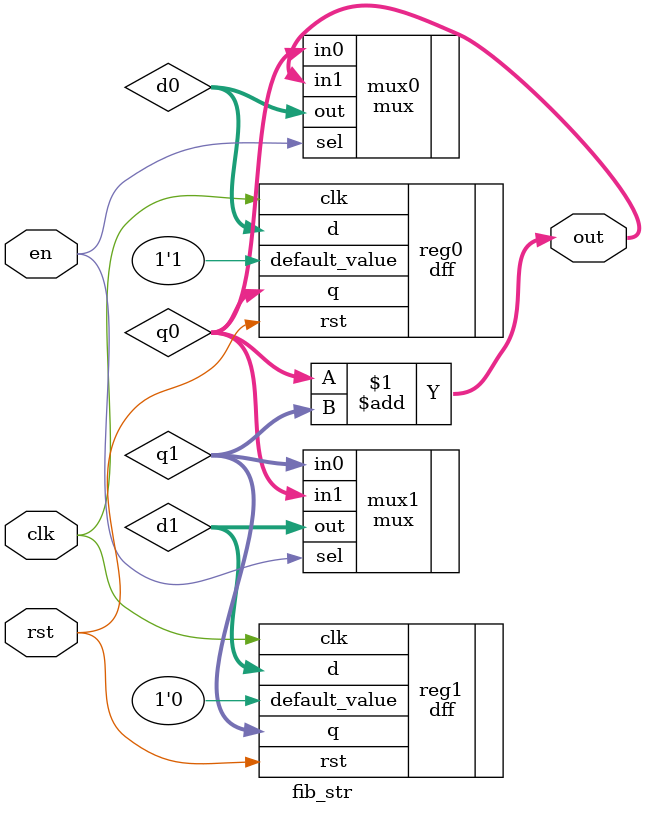
<source format=v>
`timescale 1ns / 1ps


module fib_str(
    input en, input clk, input rst,
    output[15:0] out
    );
    
    wire[15:0] d1, d0;
    wire[15:0] q1, q0;
    
    dff reg1(.d(d1), .q(q1), .clk(clk), .rst(rst), .default_value(1'b0));
    dff reg0(.d(d0), .q(q0), .clk(clk), .rst(rst), .default_value(1'b1));
    
    mux mux1(.in0(q1), .in1(q0), .sel(en), .out(d1));
    mux mux0(.in0(q0), .in1(out), .sel(en), .out(d0));
    
    assign out = q0 + q1;
    
endmodule

</source>
